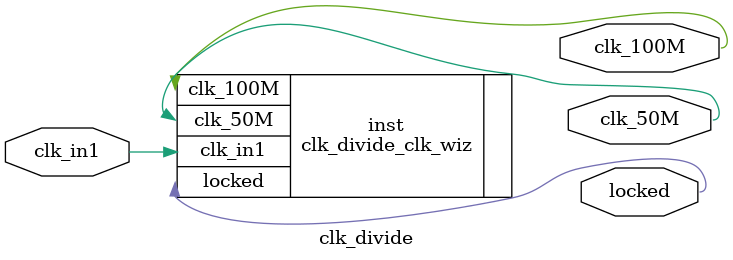
<source format=v>


`timescale 1ps/1ps

(* CORE_GENERATION_INFO = "clk_divide,clk_wiz_v6_0_5_0_0,{component_name=clk_divide,use_phase_alignment=true,use_min_o_jitter=false,use_max_i_jitter=false,use_dyn_phase_shift=false,use_inclk_switchover=false,use_dyn_reconfig=false,enable_axi=0,feedback_source=FDBK_AUTO,PRIMITIVE=MMCM,num_out_clk=2,clkin1_period=10.000,clkin2_period=10.000,use_power_down=false,use_reset=false,use_locked=true,use_inclk_stopped=false,feedback_type=SINGLE,CLOCK_MGR_TYPE=NA,manual_override=false}" *)

module clk_divide 
 (
  // Clock out ports
  output        clk_100M,
  output        clk_50M,
  // Status and control signals
  output        locked,
 // Clock in ports
  input         clk_in1
 );

  clk_divide_clk_wiz inst
  (
  // Clock out ports  
  .clk_100M(clk_100M),
  .clk_50M(clk_50M),
  // Status and control signals               
  .locked(locked),
 // Clock in ports
  .clk_in1(clk_in1)
  );

endmodule

</source>
